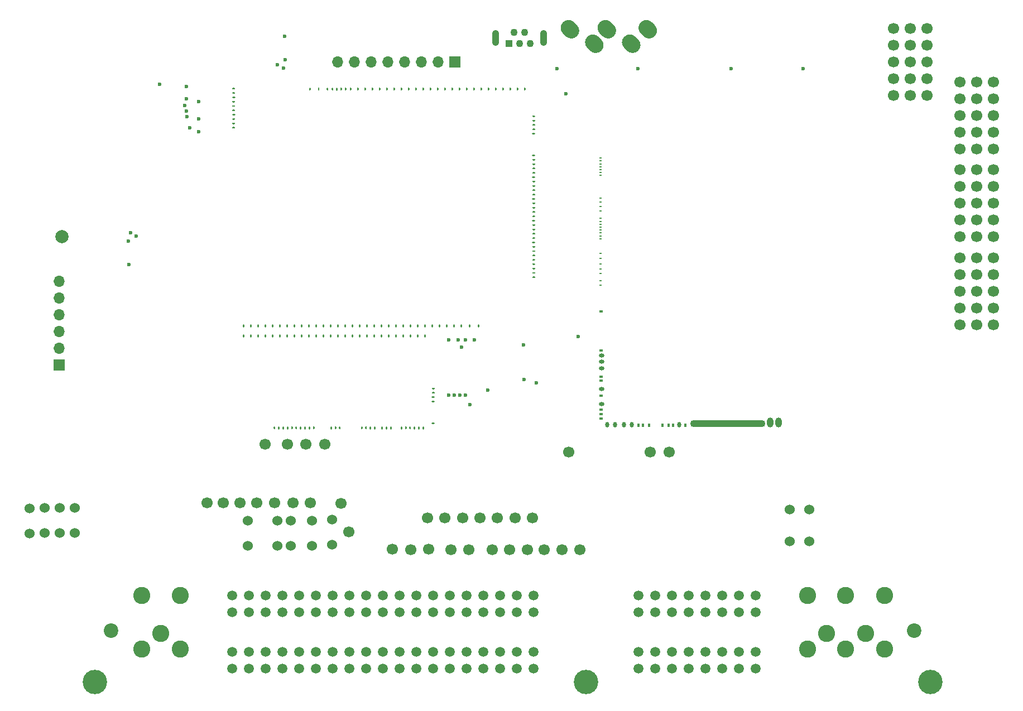
<source format=gbs>
G04 #@! TF.GenerationSoftware,KiCad,Pcbnew,(5.99.0-10483-ga6ad7a4a70)*
G04 #@! TF.CreationDate,2021-06-13T23:03:44+03:00*
G04 #@! TF.ProjectId,hellen121vag,68656c6c-656e-4313-9231-7661672e6b69,b*
G04 #@! TF.SameCoordinates,PX2b953a0PY6943058*
G04 #@! TF.FileFunction,Soldermask,Bot*
G04 #@! TF.FilePolarity,Negative*
%FSLAX46Y46*%
G04 Gerber Fmt 4.6, Leading zero omitted, Abs format (unit mm)*
G04 Created by KiCad (PCBNEW (5.99.0-10483-ga6ad7a4a70)) date 2021-06-13 23:03:44*
%MOMM*%
%LPD*%
G01*
G04 APERTURE LIST*
%ADD10C,3.700000*%
%ADD11C,2.200000*%
%ADD12C,2.600000*%
%ADD13C,1.500000*%
%ADD14C,1.700000*%
%ADD15C,0.599999*%
%ADD16O,1.000001X1.500000*%
%ADD17O,11.400000X1.100000*%
%ADD18O,0.399999X0.599999*%
%ADD19O,0.599999X0.800001*%
%ADD20O,0.599999X0.399999*%
%ADD21O,0.800001X0.599999*%
%ADD22O,0.399999X0.200000*%
%ADD23C,1.524000*%
%ADD24R,1.700000X1.700000*%
%ADD25O,1.700000X1.700000*%
%ADD26C,0.600000*%
%ADD27R,1.100000X1.100000*%
%ADD28C,1.100000*%
%ADD29O,1.100000X2.400000*%
%ADD30C,2.000000*%
G04 APERTURE END LIST*
D10*
G04 #@! TO.C,P1*
X145348000Y5492000D03*
X18648000Y5492000D03*
X93148000Y5492000D03*
D11*
X142898000Y13292000D03*
X21098000Y13292000D03*
D12*
X25748000Y10492000D03*
X31548000Y10492000D03*
X28648000Y12822000D03*
X25748000Y18622000D03*
X31548000Y18622000D03*
D13*
X85168000Y18622000D03*
X82628000Y18622000D03*
X80088000Y18622000D03*
X77548000Y18622000D03*
X75008000Y18622000D03*
X72468000Y18622000D03*
X69928000Y18622000D03*
X67388000Y18622000D03*
X64848000Y18622000D03*
X62308000Y18622000D03*
X59768000Y18622000D03*
X57228000Y18622000D03*
X54688000Y18622000D03*
X52148000Y18622000D03*
X49608000Y18622000D03*
X47068000Y18622000D03*
X44528000Y18622000D03*
X41988000Y18622000D03*
X39448000Y18622000D03*
X85168000Y16082000D03*
X82628000Y16082000D03*
X80088000Y16082000D03*
X77548000Y16082000D03*
X75008000Y16082000D03*
X72468000Y16082000D03*
X69928000Y16082000D03*
X67388000Y16082000D03*
X64848000Y16082000D03*
X62308000Y16082000D03*
X59768000Y16082000D03*
X57228000Y16082000D03*
X54688000Y16082000D03*
X52148000Y16082000D03*
X49608000Y16082000D03*
X47068000Y16082000D03*
X44528000Y16082000D03*
X41988000Y16082000D03*
X39448000Y16082000D03*
X85168000Y10032000D03*
X82628000Y10032000D03*
X80088000Y10032000D03*
X77548000Y10032000D03*
X75008000Y10032000D03*
X72468000Y10032000D03*
X69928000Y10032000D03*
X67388000Y10032000D03*
X64848000Y10032000D03*
X62308000Y10032000D03*
X59768000Y10032000D03*
X57228000Y10032000D03*
X54688000Y10032000D03*
X52148000Y10032000D03*
X49608000Y10032000D03*
X47068000Y10032000D03*
X44528000Y10032000D03*
X41988000Y10032000D03*
X39448000Y10032000D03*
X85168000Y7492000D03*
X82628000Y7492000D03*
X80088000Y7492000D03*
X77548000Y7492000D03*
X75008000Y7492000D03*
X72468000Y7492000D03*
X69928000Y7492000D03*
X67388000Y7492000D03*
X64848000Y7492000D03*
X62308000Y7492000D03*
X59768000Y7492000D03*
X57228000Y7492000D03*
X54688000Y7492000D03*
X52148000Y7492000D03*
X49608000Y7492000D03*
X47068000Y7492000D03*
X44528000Y7492000D03*
X41988000Y7492000D03*
X39448000Y7492000D03*
X101138000Y7492000D03*
X103678000Y7492000D03*
X106218000Y7492000D03*
X108758000Y7492000D03*
X111298000Y7492000D03*
X113838000Y7492000D03*
X116378000Y7492000D03*
X118918000Y7492000D03*
X101138000Y10032000D03*
X103678000Y10032000D03*
X106218000Y10032000D03*
X108758000Y10032000D03*
X111298000Y10032000D03*
X113838000Y10032000D03*
X116378000Y10032000D03*
X118918000Y10032000D03*
X101138000Y16082000D03*
X103678000Y16082000D03*
X106218000Y16082000D03*
X108758000Y16082000D03*
X111298000Y16082000D03*
X113838000Y16082000D03*
X116378000Y16082000D03*
X118918000Y16082000D03*
X101138000Y18622000D03*
X103678000Y18622000D03*
X106218000Y18622000D03*
X108758000Y18622000D03*
X111298000Y18622000D03*
X113838000Y18622000D03*
X116378000Y18622000D03*
X118918000Y18622000D03*
D12*
X126748000Y10492000D03*
X132548000Y10492000D03*
X138448000Y10492000D03*
X129648000Y12822000D03*
X135548000Y12822000D03*
X126748000Y18622000D03*
X132548000Y18622000D03*
X138448000Y18622000D03*
G04 #@! TD*
G04 #@! TO.C,M3*
G36*
G01*
X85339497Y91171375D02*
X85089497Y91171375D01*
G75*
G02*
X84964497Y91296375I0J125000D01*
G01*
X84964497Y91296375D01*
G75*
G02*
X85089497Y91421375I125000J0D01*
G01*
X85339497Y91421375D01*
G75*
G02*
X85464497Y91296375I0J-125000D01*
G01*
X85464497Y91296375D01*
G75*
G02*
X85339497Y91171375I-125000J0D01*
G01*
G37*
G36*
G01*
X85089497Y90761377D02*
X85339497Y90761377D01*
G75*
G02*
X85464497Y90636377I0J-125000D01*
G01*
X85464497Y90636377D01*
G75*
G02*
X85339497Y90511377I-125000J0D01*
G01*
X85089497Y90511377D01*
G75*
G02*
X84964497Y90636377I0J125000D01*
G01*
X84964497Y90636377D01*
G75*
G02*
X85089497Y90761377I125000J0D01*
G01*
G37*
G36*
G01*
X85089497Y90101372D02*
X85339497Y90101372D01*
G75*
G02*
X85464497Y89976372I0J-125000D01*
G01*
X85464497Y89976372D01*
G75*
G02*
X85339497Y89851372I-125000J0D01*
G01*
X85089497Y89851372D01*
G75*
G02*
X84964497Y89976372I0J125000D01*
G01*
X84964497Y89976372D01*
G75*
G02*
X85089497Y90101372I125000J0D01*
G01*
G37*
G36*
G01*
X85089497Y89441377D02*
X85339497Y89441377D01*
G75*
G02*
X85464497Y89316377I0J-125000D01*
G01*
X85464497Y89316377D01*
G75*
G02*
X85339497Y89191377I-125000J0D01*
G01*
X85089497Y89191377D01*
G75*
G02*
X84964497Y89316377I0J125000D01*
G01*
X84964497Y89316377D01*
G75*
G02*
X85089497Y89441377I125000J0D01*
G01*
G37*
G36*
G01*
X85089497Y88781375D02*
X85339497Y88781375D01*
G75*
G02*
X85464497Y88656375I0J-125000D01*
G01*
X85464497Y88656375D01*
G75*
G02*
X85339497Y88531375I-125000J0D01*
G01*
X85089497Y88531375D01*
G75*
G02*
X84964497Y88656375I0J125000D01*
G01*
X84964497Y88656375D01*
G75*
G02*
X85089497Y88781375I125000J0D01*
G01*
G37*
G36*
G01*
X85089497Y85481374D02*
X85339497Y85481374D01*
G75*
G02*
X85464497Y85356374I0J-125000D01*
G01*
X85464497Y85356374D01*
G75*
G02*
X85339497Y85231374I-125000J0D01*
G01*
X85089497Y85231374D01*
G75*
G02*
X84964497Y85356374I0J125000D01*
G01*
X84964497Y85356374D01*
G75*
G02*
X85089497Y85481374I125000J0D01*
G01*
G37*
G36*
G01*
X85089497Y84821373D02*
X85339497Y84821373D01*
G75*
G02*
X85464497Y84696373I0J-125000D01*
G01*
X85464497Y84696373D01*
G75*
G02*
X85339497Y84571373I-125000J0D01*
G01*
X85089497Y84571373D01*
G75*
G02*
X84964497Y84696373I0J125000D01*
G01*
X84964497Y84696373D01*
G75*
G02*
X85089497Y84821373I125000J0D01*
G01*
G37*
G36*
G01*
X85089497Y84161371D02*
X85339497Y84161371D01*
G75*
G02*
X85464497Y84036371I0J-125000D01*
G01*
X85464497Y84036371D01*
G75*
G02*
X85339497Y83911371I-125000J0D01*
G01*
X85089497Y83911371D01*
G75*
G02*
X84964497Y84036371I0J125000D01*
G01*
X84964497Y84036371D01*
G75*
G02*
X85089497Y84161371I125000J0D01*
G01*
G37*
G36*
G01*
X85089497Y83501373D02*
X85339497Y83501373D01*
G75*
G02*
X85464497Y83376373I0J-125000D01*
G01*
X85464497Y83376373D01*
G75*
G02*
X85339497Y83251373I-125000J0D01*
G01*
X85089497Y83251373D01*
G75*
G02*
X84964497Y83376373I0J125000D01*
G01*
X84964497Y83376373D01*
G75*
G02*
X85089497Y83501373I125000J0D01*
G01*
G37*
G36*
G01*
X85089497Y82841371D02*
X85339497Y82841371D01*
G75*
G02*
X85464497Y82716371I0J-125000D01*
G01*
X85464497Y82716371D01*
G75*
G02*
X85339497Y82591371I-125000J0D01*
G01*
X85089497Y82591371D01*
G75*
G02*
X84964497Y82716371I0J125000D01*
G01*
X84964497Y82716371D01*
G75*
G02*
X85089497Y82841371I125000J0D01*
G01*
G37*
G36*
G01*
X85089497Y82181373D02*
X85339497Y82181373D01*
G75*
G02*
X85464497Y82056373I0J-125000D01*
G01*
X85464497Y82056373D01*
G75*
G02*
X85339497Y81931373I-125000J0D01*
G01*
X85089497Y81931373D01*
G75*
G02*
X84964497Y82056373I0J125000D01*
G01*
X84964497Y82056373D01*
G75*
G02*
X85089497Y82181373I125000J0D01*
G01*
G37*
G36*
G01*
X85089497Y81521372D02*
X85339497Y81521372D01*
G75*
G02*
X85464497Y81396372I0J-125000D01*
G01*
X85464497Y81396372D01*
G75*
G02*
X85339497Y81271372I-125000J0D01*
G01*
X85089497Y81271372D01*
G75*
G02*
X84964497Y81396372I0J125000D01*
G01*
X84964497Y81396372D01*
G75*
G02*
X85089497Y81521372I125000J0D01*
G01*
G37*
G36*
G01*
X85089497Y80861373D02*
X85339497Y80861373D01*
G75*
G02*
X85464497Y80736373I0J-125000D01*
G01*
X85464497Y80736373D01*
G75*
G02*
X85339497Y80611373I-125000J0D01*
G01*
X85089497Y80611373D01*
G75*
G02*
X84964497Y80736373I0J125000D01*
G01*
X84964497Y80736373D01*
G75*
G02*
X85089497Y80861373I125000J0D01*
G01*
G37*
G36*
G01*
X85089497Y80201372D02*
X85339497Y80201372D01*
G75*
G02*
X85464497Y80076372I0J-125000D01*
G01*
X85464497Y80076372D01*
G75*
G02*
X85339497Y79951372I-125000J0D01*
G01*
X85089497Y79951372D01*
G75*
G02*
X84964497Y80076372I0J125000D01*
G01*
X84964497Y80076372D01*
G75*
G02*
X85089497Y80201372I125000J0D01*
G01*
G37*
G36*
G01*
X85089497Y79541373D02*
X85339497Y79541373D01*
G75*
G02*
X85464497Y79416373I0J-125000D01*
G01*
X85464497Y79416373D01*
G75*
G02*
X85339497Y79291373I-125000J0D01*
G01*
X85089497Y79291373D01*
G75*
G02*
X84964497Y79416373I0J125000D01*
G01*
X84964497Y79416373D01*
G75*
G02*
X85089497Y79541373I125000J0D01*
G01*
G37*
G36*
G01*
X85089497Y78881372D02*
X85339497Y78881372D01*
G75*
G02*
X85464497Y78756372I0J-125000D01*
G01*
X85464497Y78756372D01*
G75*
G02*
X85339497Y78631372I-125000J0D01*
G01*
X85089497Y78631372D01*
G75*
G02*
X84964497Y78756372I0J125000D01*
G01*
X84964497Y78756372D01*
G75*
G02*
X85089497Y78881372I125000J0D01*
G01*
G37*
G36*
G01*
X85089497Y78221373D02*
X85339497Y78221373D01*
G75*
G02*
X85464497Y78096373I0J-125000D01*
G01*
X85464497Y78096373D01*
G75*
G02*
X85339497Y77971373I-125000J0D01*
G01*
X85089497Y77971373D01*
G75*
G02*
X84964497Y78096373I0J125000D01*
G01*
X84964497Y78096373D01*
G75*
G02*
X85089497Y78221373I125000J0D01*
G01*
G37*
G36*
G01*
X85089497Y77561372D02*
X85339497Y77561372D01*
G75*
G02*
X85464497Y77436372I0J-125000D01*
G01*
X85464497Y77436372D01*
G75*
G02*
X85339497Y77311372I-125000J0D01*
G01*
X85089497Y77311372D01*
G75*
G02*
X84964497Y77436372I0J125000D01*
G01*
X84964497Y77436372D01*
G75*
G02*
X85089497Y77561372I125000J0D01*
G01*
G37*
G36*
G01*
X85089497Y76901373D02*
X85339497Y76901373D01*
G75*
G02*
X85464497Y76776373I0J-125000D01*
G01*
X85464497Y76776373D01*
G75*
G02*
X85339497Y76651373I-125000J0D01*
G01*
X85089497Y76651373D01*
G75*
G02*
X84964497Y76776373I0J125000D01*
G01*
X84964497Y76776373D01*
G75*
G02*
X85089497Y76901373I125000J0D01*
G01*
G37*
G36*
G01*
X85089497Y76241372D02*
X85339497Y76241372D01*
G75*
G02*
X85464497Y76116372I0J-125000D01*
G01*
X85464497Y76116372D01*
G75*
G02*
X85339497Y75991372I-125000J0D01*
G01*
X85089497Y75991372D01*
G75*
G02*
X84964497Y76116372I0J125000D01*
G01*
X84964497Y76116372D01*
G75*
G02*
X85089497Y76241372I125000J0D01*
G01*
G37*
G36*
G01*
X85089497Y75581373D02*
X85339497Y75581373D01*
G75*
G02*
X85464497Y75456373I0J-125000D01*
G01*
X85464497Y75456373D01*
G75*
G02*
X85339497Y75331373I-125000J0D01*
G01*
X85089497Y75331373D01*
G75*
G02*
X84964497Y75456373I0J125000D01*
G01*
X84964497Y75456373D01*
G75*
G02*
X85089497Y75581373I125000J0D01*
G01*
G37*
G36*
G01*
X85089497Y74921372D02*
X85339497Y74921372D01*
G75*
G02*
X85464497Y74796372I0J-125000D01*
G01*
X85464497Y74796372D01*
G75*
G02*
X85339497Y74671372I-125000J0D01*
G01*
X85089497Y74671372D01*
G75*
G02*
X84964497Y74796372I0J125000D01*
G01*
X84964497Y74796372D01*
G75*
G02*
X85089497Y74921372I125000J0D01*
G01*
G37*
G36*
G01*
X85089497Y74261373D02*
X85339497Y74261373D01*
G75*
G02*
X85464497Y74136373I0J-125000D01*
G01*
X85464497Y74136373D01*
G75*
G02*
X85339497Y74011373I-125000J0D01*
G01*
X85089497Y74011373D01*
G75*
G02*
X84964497Y74136373I0J125000D01*
G01*
X84964497Y74136373D01*
G75*
G02*
X85089497Y74261373I125000J0D01*
G01*
G37*
G36*
G01*
X85089497Y73601372D02*
X85339497Y73601372D01*
G75*
G02*
X85464497Y73476372I0J-125000D01*
G01*
X85464497Y73476372D01*
G75*
G02*
X85339497Y73351372I-125000J0D01*
G01*
X85089497Y73351372D01*
G75*
G02*
X84964497Y73476372I0J125000D01*
G01*
X84964497Y73476372D01*
G75*
G02*
X85089497Y73601372I125000J0D01*
G01*
G37*
G36*
G01*
X85089497Y72941373D02*
X85339497Y72941373D01*
G75*
G02*
X85464497Y72816373I0J-125000D01*
G01*
X85464497Y72816373D01*
G75*
G02*
X85339497Y72691373I-125000J0D01*
G01*
X85089497Y72691373D01*
G75*
G02*
X84964497Y72816373I0J125000D01*
G01*
X84964497Y72816373D01*
G75*
G02*
X85089497Y72941373I125000J0D01*
G01*
G37*
G36*
G01*
X85089497Y72281372D02*
X85339497Y72281372D01*
G75*
G02*
X85464497Y72156372I0J-125000D01*
G01*
X85464497Y72156372D01*
G75*
G02*
X85339497Y72031372I-125000J0D01*
G01*
X85089497Y72031372D01*
G75*
G02*
X84964497Y72156372I0J125000D01*
G01*
X84964497Y72156372D01*
G75*
G02*
X85089497Y72281372I125000J0D01*
G01*
G37*
G36*
G01*
X85089497Y71621374D02*
X85339497Y71621374D01*
G75*
G02*
X85464497Y71496374I0J-125000D01*
G01*
X85464497Y71496374D01*
G75*
G02*
X85339497Y71371374I-125000J0D01*
G01*
X85089497Y71371374D01*
G75*
G02*
X84964497Y71496374I0J125000D01*
G01*
X84964497Y71496374D01*
G75*
G02*
X85089497Y71621374I125000J0D01*
G01*
G37*
G36*
G01*
X85089497Y70961372D02*
X85339497Y70961372D01*
G75*
G02*
X85464497Y70836372I0J-125000D01*
G01*
X85464497Y70836372D01*
G75*
G02*
X85339497Y70711372I-125000J0D01*
G01*
X85089497Y70711372D01*
G75*
G02*
X84964497Y70836372I0J125000D01*
G01*
X84964497Y70836372D01*
G75*
G02*
X85089497Y70961372I125000J0D01*
G01*
G37*
G36*
G01*
X85089497Y70301374D02*
X85339497Y70301374D01*
G75*
G02*
X85464497Y70176374I0J-125000D01*
G01*
X85464497Y70176374D01*
G75*
G02*
X85339497Y70051374I-125000J0D01*
G01*
X85089497Y70051374D01*
G75*
G02*
X84964497Y70176374I0J125000D01*
G01*
X84964497Y70176374D01*
G75*
G02*
X85089497Y70301374I125000J0D01*
G01*
G37*
G36*
G01*
X85089497Y69641372D02*
X85339497Y69641372D01*
G75*
G02*
X85464497Y69516372I0J-125000D01*
G01*
X85464497Y69516372D01*
G75*
G02*
X85339497Y69391372I-125000J0D01*
G01*
X85089497Y69391372D01*
G75*
G02*
X84964497Y69516372I0J125000D01*
G01*
X84964497Y69516372D01*
G75*
G02*
X85089497Y69641372I125000J0D01*
G01*
G37*
G36*
G01*
X85089497Y68981374D02*
X85339497Y68981374D01*
G75*
G02*
X85464497Y68856374I0J-125000D01*
G01*
X85464497Y68856374D01*
G75*
G02*
X85339497Y68731374I-125000J0D01*
G01*
X85089497Y68731374D01*
G75*
G02*
X84964497Y68856374I0J125000D01*
G01*
X84964497Y68856374D01*
G75*
G02*
X85089497Y68981374I125000J0D01*
G01*
G37*
G36*
G01*
X85089497Y68321373D02*
X85339497Y68321373D01*
G75*
G02*
X85464497Y68196373I0J-125000D01*
G01*
X85464497Y68196373D01*
G75*
G02*
X85339497Y68071373I-125000J0D01*
G01*
X85089497Y68071373D01*
G75*
G02*
X84964497Y68196373I0J125000D01*
G01*
X84964497Y68196373D01*
G75*
G02*
X85089497Y68321373I125000J0D01*
G01*
G37*
G36*
G01*
X85089497Y67661374D02*
X85339497Y67661374D01*
G75*
G02*
X85464497Y67536374I0J-125000D01*
G01*
X85464497Y67536374D01*
G75*
G02*
X85339497Y67411374I-125000J0D01*
G01*
X85089497Y67411374D01*
G75*
G02*
X84964497Y67536374I0J125000D01*
G01*
X84964497Y67536374D01*
G75*
G02*
X85089497Y67661374I125000J0D01*
G01*
G37*
G36*
G01*
X85089497Y67001373D02*
X85339497Y67001373D01*
G75*
G02*
X85464497Y66876373I0J-125000D01*
G01*
X85464497Y66876373D01*
G75*
G02*
X85339497Y66751373I-125000J0D01*
G01*
X85089497Y66751373D01*
G75*
G02*
X84964497Y66876373I0J125000D01*
G01*
X84964497Y66876373D01*
G75*
G02*
X85089497Y67001373I125000J0D01*
G01*
G37*
G36*
G01*
X51392499Y95548377D02*
X51392499Y95298377D01*
G75*
G02*
X51267499Y95173377I-125000J0D01*
G01*
X51267499Y95173377D01*
G75*
G02*
X51142499Y95298377I0J125000D01*
G01*
X51142499Y95548377D01*
G75*
G02*
X51267499Y95673377I125000J0D01*
G01*
X51267499Y95673377D01*
G75*
G02*
X51392499Y95548377I0J-125000D01*
G01*
G37*
G36*
G01*
X52462501Y95298377D02*
X52462501Y95548377D01*
G75*
G02*
X52587501Y95673377I125000J0D01*
G01*
X52587501Y95673377D01*
G75*
G02*
X52712501Y95548377I0J-125000D01*
G01*
X52712501Y95298377D01*
G75*
G02*
X52587501Y95173377I-125000J0D01*
G01*
X52587501Y95173377D01*
G75*
G02*
X52462501Y95298377I0J125000D01*
G01*
G37*
G36*
G01*
X53782504Y95298377D02*
X53782504Y95548377D01*
G75*
G02*
X53907504Y95673377I125000J0D01*
G01*
X53907504Y95673377D01*
G75*
G02*
X54032504Y95548377I0J-125000D01*
G01*
X54032504Y95298377D01*
G75*
G02*
X53907504Y95173377I-125000J0D01*
G01*
X53907504Y95173377D01*
G75*
G02*
X53782504Y95298377I0J125000D01*
G01*
G37*
G36*
G01*
X54542502Y95298377D02*
X54542502Y95548377D01*
G75*
G02*
X54667502Y95673377I125000J0D01*
G01*
X54667502Y95673377D01*
G75*
G02*
X54792502Y95548377I0J-125000D01*
G01*
X54792502Y95298377D01*
G75*
G02*
X54667502Y95173377I-125000J0D01*
G01*
X54667502Y95173377D01*
G75*
G02*
X54542502Y95298377I0J125000D01*
G01*
G37*
G36*
G01*
X55207505Y95298377D02*
X55207505Y95548377D01*
G75*
G02*
X55332505Y95673377I125000J0D01*
G01*
X55332505Y95673377D01*
G75*
G02*
X55457505Y95548377I0J-125000D01*
G01*
X55457505Y95298377D01*
G75*
G02*
X55332505Y95173377I-125000J0D01*
G01*
X55332505Y95173377D01*
G75*
G02*
X55207505Y95298377I0J125000D01*
G01*
G37*
G36*
G01*
X55872507Y95298377D02*
X55872507Y95548377D01*
G75*
G02*
X55997507Y95673377I125000J0D01*
G01*
X55997507Y95673377D01*
G75*
G02*
X56122507Y95548377I0J-125000D01*
G01*
X56122507Y95298377D01*
G75*
G02*
X55997507Y95173377I-125000J0D01*
G01*
X55997507Y95173377D01*
G75*
G02*
X55872507Y95298377I0J125000D01*
G01*
G37*
G36*
G01*
X56537497Y95298377D02*
X56537497Y95548377D01*
G75*
G02*
X56662497Y95673377I125000J0D01*
G01*
X56662497Y95673377D01*
G75*
G02*
X56787497Y95548377I0J-125000D01*
G01*
X56787497Y95298377D01*
G75*
G02*
X56662497Y95173377I-125000J0D01*
G01*
X56662497Y95173377D01*
G75*
G02*
X56537497Y95298377I0J125000D01*
G01*
G37*
G36*
G01*
X57312497Y95298377D02*
X57312497Y95548377D01*
G75*
G02*
X57437497Y95673377I125000J0D01*
G01*
X57437497Y95673377D01*
G75*
G02*
X57562497Y95548377I0J-125000D01*
G01*
X57562497Y95298377D01*
G75*
G02*
X57437497Y95173377I-125000J0D01*
G01*
X57437497Y95173377D01*
G75*
G02*
X57312497Y95298377I0J125000D01*
G01*
G37*
G36*
G01*
X58412495Y95298377D02*
X58412495Y95548377D01*
G75*
G02*
X58537495Y95673377I125000J0D01*
G01*
X58537495Y95673377D01*
G75*
G02*
X58662495Y95548377I0J-125000D01*
G01*
X58662495Y95298377D01*
G75*
G02*
X58537495Y95173377I-125000J0D01*
G01*
X58537495Y95173377D01*
G75*
G02*
X58412495Y95298377I0J125000D01*
G01*
G37*
G36*
G01*
X59512492Y95298377D02*
X59512492Y95548377D01*
G75*
G02*
X59637492Y95673377I125000J0D01*
G01*
X59637492Y95673377D01*
G75*
G02*
X59762492Y95548377I0J-125000D01*
G01*
X59762492Y95298377D01*
G75*
G02*
X59637492Y95173377I-125000J0D01*
G01*
X59637492Y95173377D01*
G75*
G02*
X59512492Y95298377I0J125000D01*
G01*
G37*
G36*
G01*
X60612490Y95298377D02*
X60612490Y95548377D01*
G75*
G02*
X60737490Y95673377I125000J0D01*
G01*
X60737490Y95673377D01*
G75*
G02*
X60862490Y95548377I0J-125000D01*
G01*
X60862490Y95298377D01*
G75*
G02*
X60737490Y95173377I-125000J0D01*
G01*
X60737490Y95173377D01*
G75*
G02*
X60612490Y95298377I0J125000D01*
G01*
G37*
G36*
G01*
X61712488Y95298377D02*
X61712488Y95548377D01*
G75*
G02*
X61837488Y95673377I125000J0D01*
G01*
X61837488Y95673377D01*
G75*
G02*
X61962488Y95548377I0J-125000D01*
G01*
X61962488Y95298377D01*
G75*
G02*
X61837488Y95173377I-125000J0D01*
G01*
X61837488Y95173377D01*
G75*
G02*
X61712488Y95298377I0J125000D01*
G01*
G37*
G36*
G01*
X62812486Y95298377D02*
X62812486Y95548377D01*
G75*
G02*
X62937486Y95673377I125000J0D01*
G01*
X62937486Y95673377D01*
G75*
G02*
X63062486Y95548377I0J-125000D01*
G01*
X63062486Y95298377D01*
G75*
G02*
X62937486Y95173377I-125000J0D01*
G01*
X62937486Y95173377D01*
G75*
G02*
X62812486Y95298377I0J125000D01*
G01*
G37*
G36*
G01*
X63912484Y95298377D02*
X63912484Y95548377D01*
G75*
G02*
X64037484Y95673377I125000J0D01*
G01*
X64037484Y95673377D01*
G75*
G02*
X64162484Y95548377I0J-125000D01*
G01*
X64162484Y95298377D01*
G75*
G02*
X64037484Y95173377I-125000J0D01*
G01*
X64037484Y95173377D01*
G75*
G02*
X63912484Y95298377I0J125000D01*
G01*
G37*
G36*
G01*
X65012481Y95298377D02*
X65012481Y95548377D01*
G75*
G02*
X65137481Y95673377I125000J0D01*
G01*
X65137481Y95673377D01*
G75*
G02*
X65262481Y95548377I0J-125000D01*
G01*
X65262481Y95298377D01*
G75*
G02*
X65137481Y95173377I-125000J0D01*
G01*
X65137481Y95173377D01*
G75*
G02*
X65012481Y95298377I0J125000D01*
G01*
G37*
G36*
G01*
X66112479Y95298377D02*
X66112479Y95548377D01*
G75*
G02*
X66237479Y95673377I125000J0D01*
G01*
X66237479Y95673377D01*
G75*
G02*
X66362479Y95548377I0J-125000D01*
G01*
X66362479Y95298377D01*
G75*
G02*
X66237479Y95173377I-125000J0D01*
G01*
X66237479Y95173377D01*
G75*
G02*
X66112479Y95298377I0J125000D01*
G01*
G37*
G36*
G01*
X67212477Y95298377D02*
X67212477Y95548377D01*
G75*
G02*
X67337477Y95673377I125000J0D01*
G01*
X67337477Y95673377D01*
G75*
G02*
X67462477Y95548377I0J-125000D01*
G01*
X67462477Y95298377D01*
G75*
G02*
X67337477Y95173377I-125000J0D01*
G01*
X67337477Y95173377D01*
G75*
G02*
X67212477Y95298377I0J125000D01*
G01*
G37*
G36*
G01*
X68312475Y95298377D02*
X68312475Y95548377D01*
G75*
G02*
X68437475Y95673377I125000J0D01*
G01*
X68437475Y95673377D01*
G75*
G02*
X68562475Y95548377I0J-125000D01*
G01*
X68562475Y95298377D01*
G75*
G02*
X68437475Y95173377I-125000J0D01*
G01*
X68437475Y95173377D01*
G75*
G02*
X68312475Y95298377I0J125000D01*
G01*
G37*
G36*
G01*
X69412473Y95298377D02*
X69412473Y95548377D01*
G75*
G02*
X69537473Y95673377I125000J0D01*
G01*
X69537473Y95673377D01*
G75*
G02*
X69662473Y95548377I0J-125000D01*
G01*
X69662473Y95298377D01*
G75*
G02*
X69537473Y95173377I-125000J0D01*
G01*
X69537473Y95173377D01*
G75*
G02*
X69412473Y95298377I0J125000D01*
G01*
G37*
G36*
G01*
X70512470Y95298377D02*
X70512470Y95548377D01*
G75*
G02*
X70637470Y95673377I125000J0D01*
G01*
X70637470Y95673377D01*
G75*
G02*
X70762470Y95548377I0J-125000D01*
G01*
X70762470Y95298377D01*
G75*
G02*
X70637470Y95173377I-125000J0D01*
G01*
X70637470Y95173377D01*
G75*
G02*
X70512470Y95298377I0J125000D01*
G01*
G37*
G36*
G01*
X71612468Y95298377D02*
X71612468Y95548377D01*
G75*
G02*
X71737468Y95673377I125000J0D01*
G01*
X71737468Y95673377D01*
G75*
G02*
X71862468Y95548377I0J-125000D01*
G01*
X71862468Y95298377D01*
G75*
G02*
X71737468Y95173377I-125000J0D01*
G01*
X71737468Y95173377D01*
G75*
G02*
X71612468Y95298377I0J125000D01*
G01*
G37*
G36*
G01*
X72712466Y95298377D02*
X72712466Y95548377D01*
G75*
G02*
X72837466Y95673377I125000J0D01*
G01*
X72837466Y95673377D01*
G75*
G02*
X72962466Y95548377I0J-125000D01*
G01*
X72962466Y95298377D01*
G75*
G02*
X72837466Y95173377I-125000J0D01*
G01*
X72837466Y95173377D01*
G75*
G02*
X72712466Y95298377I0J125000D01*
G01*
G37*
G36*
G01*
X73812464Y95298377D02*
X73812464Y95548377D01*
G75*
G02*
X73937464Y95673377I125000J0D01*
G01*
X73937464Y95673377D01*
G75*
G02*
X74062464Y95548377I0J-125000D01*
G01*
X74062464Y95298377D01*
G75*
G02*
X73937464Y95173377I-125000J0D01*
G01*
X73937464Y95173377D01*
G75*
G02*
X73812464Y95298377I0J125000D01*
G01*
G37*
G36*
G01*
X74912462Y95298377D02*
X74912462Y95548377D01*
G75*
G02*
X75037462Y95673377I125000J0D01*
G01*
X75037462Y95673377D01*
G75*
G02*
X75162462Y95548377I0J-125000D01*
G01*
X75162462Y95298377D01*
G75*
G02*
X75037462Y95173377I-125000J0D01*
G01*
X75037462Y95173377D01*
G75*
G02*
X74912462Y95298377I0J125000D01*
G01*
G37*
G36*
G01*
X76012459Y95298377D02*
X76012459Y95548377D01*
G75*
G02*
X76137459Y95673377I125000J0D01*
G01*
X76137459Y95673377D01*
G75*
G02*
X76262459Y95548377I0J-125000D01*
G01*
X76262459Y95298377D01*
G75*
G02*
X76137459Y95173377I-125000J0D01*
G01*
X76137459Y95173377D01*
G75*
G02*
X76012459Y95298377I0J125000D01*
G01*
G37*
G36*
G01*
X77112457Y95298377D02*
X77112457Y95548377D01*
G75*
G02*
X77237457Y95673377I125000J0D01*
G01*
X77237457Y95673377D01*
G75*
G02*
X77362457Y95548377I0J-125000D01*
G01*
X77362457Y95298377D01*
G75*
G02*
X77237457Y95173377I-125000J0D01*
G01*
X77237457Y95173377D01*
G75*
G02*
X77112457Y95298377I0J125000D01*
G01*
G37*
G36*
G01*
X78212455Y95298377D02*
X78212455Y95548377D01*
G75*
G02*
X78337455Y95673377I125000J0D01*
G01*
X78337455Y95673377D01*
G75*
G02*
X78462455Y95548377I0J-125000D01*
G01*
X78462455Y95298377D01*
G75*
G02*
X78337455Y95173377I-125000J0D01*
G01*
X78337455Y95173377D01*
G75*
G02*
X78212455Y95298377I0J125000D01*
G01*
G37*
G36*
G01*
X79312453Y95298377D02*
X79312453Y95548377D01*
G75*
G02*
X79437453Y95673377I125000J0D01*
G01*
X79437453Y95673377D01*
G75*
G02*
X79562453Y95548377I0J-125000D01*
G01*
X79562453Y95298377D01*
G75*
G02*
X79437453Y95173377I-125000J0D01*
G01*
X79437453Y95173377D01*
G75*
G02*
X79312453Y95298377I0J125000D01*
G01*
G37*
G36*
G01*
X80412451Y95298377D02*
X80412451Y95548377D01*
G75*
G02*
X80537451Y95673377I125000J0D01*
G01*
X80537451Y95673377D01*
G75*
G02*
X80662451Y95548377I0J-125000D01*
G01*
X80662451Y95298377D01*
G75*
G02*
X80537451Y95173377I-125000J0D01*
G01*
X80537451Y95173377D01*
G75*
G02*
X80412451Y95298377I0J125000D01*
G01*
G37*
G36*
G01*
X81512448Y95298377D02*
X81512448Y95548377D01*
G75*
G02*
X81637448Y95673377I125000J0D01*
G01*
X81637448Y95673377D01*
G75*
G02*
X81762448Y95548377I0J-125000D01*
G01*
X81762448Y95298377D01*
G75*
G02*
X81637448Y95173377I-125000J0D01*
G01*
X81637448Y95173377D01*
G75*
G02*
X81512448Y95298377I0J125000D01*
G01*
G37*
G36*
G01*
X82612446Y95298377D02*
X82612446Y95548377D01*
G75*
G02*
X82737446Y95673377I125000J0D01*
G01*
X82737446Y95673377D01*
G75*
G02*
X82862446Y95548377I0J-125000D01*
G01*
X82862446Y95298377D01*
G75*
G02*
X82737446Y95173377I-125000J0D01*
G01*
X82737446Y95173377D01*
G75*
G02*
X82612446Y95298377I0J125000D01*
G01*
G37*
G36*
G01*
X83712444Y95298377D02*
X83712444Y95548377D01*
G75*
G02*
X83837444Y95673377I125000J0D01*
G01*
X83837444Y95673377D01*
G75*
G02*
X83962444Y95548377I0J-125000D01*
G01*
X83962444Y95298377D01*
G75*
G02*
X83837444Y95173377I-125000J0D01*
G01*
X83837444Y95173377D01*
G75*
G02*
X83712444Y95298377I0J125000D01*
G01*
G37*
G36*
G01*
X76712501Y59369377D02*
X76712501Y59619377D01*
G75*
G02*
X76837501Y59744377I125000J0D01*
G01*
X76837501Y59744377D01*
G75*
G02*
X76962501Y59619377I0J-125000D01*
G01*
X76962501Y59369377D01*
G75*
G02*
X76837501Y59244377I-125000J0D01*
G01*
X76837501Y59244377D01*
G75*
G02*
X76712501Y59369377I0J125000D01*
G01*
G37*
G36*
G01*
X75642499Y59619377D02*
X75642499Y59369377D01*
G75*
G02*
X75517499Y59244377I-125000J0D01*
G01*
X75517499Y59244377D01*
G75*
G02*
X75392499Y59369377I0J125000D01*
G01*
X75392499Y59619377D01*
G75*
G02*
X75517499Y59744377I125000J0D01*
G01*
X75517499Y59744377D01*
G75*
G02*
X75642499Y59619377I0J-125000D01*
G01*
G37*
G36*
G01*
X74322496Y59619377D02*
X74322496Y59369377D01*
G75*
G02*
X74197496Y59244377I-125000J0D01*
G01*
X74197496Y59244377D01*
G75*
G02*
X74072496Y59369377I0J125000D01*
G01*
X74072496Y59619377D01*
G75*
G02*
X74197496Y59744377I125000J0D01*
G01*
X74197496Y59744377D01*
G75*
G02*
X74322496Y59619377I0J-125000D01*
G01*
G37*
G36*
G01*
X73222499Y59619377D02*
X73222499Y59369377D01*
G75*
G02*
X73097499Y59244377I-125000J0D01*
G01*
X73097499Y59244377D01*
G75*
G02*
X72972499Y59369377I0J125000D01*
G01*
X72972499Y59619377D01*
G75*
G02*
X73097499Y59744377I125000J0D01*
G01*
X73097499Y59744377D01*
G75*
G02*
X73222499Y59619377I0J-125000D01*
G01*
G37*
G36*
G01*
X72122501Y59619377D02*
X72122501Y59369377D01*
G75*
G02*
X71997501Y59244377I-125000J0D01*
G01*
X71997501Y59244377D01*
G75*
G02*
X71872501Y59369377I0J125000D01*
G01*
X71872501Y59619377D01*
G75*
G02*
X71997501Y59744377I125000J0D01*
G01*
X71997501Y59744377D01*
G75*
G02*
X72122501Y59619377I0J-125000D01*
G01*
G37*
G36*
G01*
X71022503Y59619377D02*
X71022503Y59369377D01*
G75*
G02*
X70897503Y59244377I-125000J0D01*
G01*
X70897503Y59244377D01*
G75*
G02*
X70772503Y59369377I0J125000D01*
G01*
X70772503Y59619377D01*
G75*
G02*
X70897503Y59744377I125000J0D01*
G01*
X70897503Y59744377D01*
G75*
G02*
X71022503Y59619377I0J-125000D01*
G01*
G37*
G36*
G01*
X69922505Y59619377D02*
X69922505Y59369377D01*
G75*
G02*
X69797505Y59244377I-125000J0D01*
G01*
X69797505Y59244377D01*
G75*
G02*
X69672505Y59369377I0J125000D01*
G01*
X69672505Y59619377D01*
G75*
G02*
X69797505Y59744377I125000J0D01*
G01*
X69797505Y59744377D01*
G75*
G02*
X69922505Y59619377I0J-125000D01*
G01*
G37*
G36*
G01*
X68822507Y59619377D02*
X68822507Y59369377D01*
G75*
G02*
X68697507Y59244377I-125000J0D01*
G01*
X68697507Y59244377D01*
G75*
G02*
X68572507Y59369377I0J125000D01*
G01*
X68572507Y59619377D01*
G75*
G02*
X68697507Y59744377I125000J0D01*
G01*
X68697507Y59744377D01*
G75*
G02*
X68822507Y59619377I0J-125000D01*
G01*
G37*
G36*
G01*
X67722510Y59619377D02*
X67722510Y59369377D01*
G75*
G02*
X67597510Y59244377I-125000J0D01*
G01*
X67597510Y59244377D01*
G75*
G02*
X67472510Y59369377I0J125000D01*
G01*
X67472510Y59619377D01*
G75*
G02*
X67597510Y59744377I125000J0D01*
G01*
X67597510Y59744377D01*
G75*
G02*
X67722510Y59619377I0J-125000D01*
G01*
G37*
G36*
G01*
X66622512Y59619377D02*
X66622512Y59369377D01*
G75*
G02*
X66497512Y59244377I-125000J0D01*
G01*
X66497512Y59244377D01*
G75*
G02*
X66372512Y59369377I0J125000D01*
G01*
X66372512Y59619377D01*
G75*
G02*
X66497512Y59744377I125000J0D01*
G01*
X66497512Y59744377D01*
G75*
G02*
X66622512Y59619377I0J-125000D01*
G01*
G37*
G36*
G01*
X65522514Y59619377D02*
X65522514Y59369377D01*
G75*
G02*
X65397514Y59244377I-125000J0D01*
G01*
X65397514Y59244377D01*
G75*
G02*
X65272514Y59369377I0J125000D01*
G01*
X65272514Y59619377D01*
G75*
G02*
X65397514Y59744377I125000J0D01*
G01*
X65397514Y59744377D01*
G75*
G02*
X65522514Y59619377I0J-125000D01*
G01*
G37*
G36*
G01*
X64422516Y59619377D02*
X64422516Y59369377D01*
G75*
G02*
X64297516Y59244377I-125000J0D01*
G01*
X64297516Y59244377D01*
G75*
G02*
X64172516Y59369377I0J125000D01*
G01*
X64172516Y59619377D01*
G75*
G02*
X64297516Y59744377I125000J0D01*
G01*
X64297516Y59744377D01*
G75*
G02*
X64422516Y59619377I0J-125000D01*
G01*
G37*
G36*
G01*
X63322518Y59619377D02*
X63322518Y59369377D01*
G75*
G02*
X63197518Y59244377I-125000J0D01*
G01*
X63197518Y59244377D01*
G75*
G02*
X63072518Y59369377I0J125000D01*
G01*
X63072518Y59619377D01*
G75*
G02*
X63197518Y59744377I125000J0D01*
G01*
X63197518Y59744377D01*
G75*
G02*
X63322518Y59619377I0J-125000D01*
G01*
G37*
G36*
G01*
X62222521Y59619377D02*
X62222521Y59369377D01*
G75*
G02*
X62097521Y59244377I-125000J0D01*
G01*
X62097521Y59244377D01*
G75*
G02*
X61972521Y59369377I0J125000D01*
G01*
X61972521Y59619377D01*
G75*
G02*
X62097521Y59744377I125000J0D01*
G01*
X62097521Y59744377D01*
G75*
G02*
X62222521Y59619377I0J-125000D01*
G01*
G37*
G36*
G01*
X61122523Y59619377D02*
X61122523Y59369377D01*
G75*
G02*
X60997523Y59244377I-125000J0D01*
G01*
X60997523Y59244377D01*
G75*
G02*
X60872523Y59369377I0J125000D01*
G01*
X60872523Y59619377D01*
G75*
G02*
X60997523Y59744377I125000J0D01*
G01*
X60997523Y59744377D01*
G75*
G02*
X61122523Y59619377I0J-125000D01*
G01*
G37*
G36*
G01*
X60022525Y59619377D02*
X60022525Y59369377D01*
G75*
G02*
X59897525Y59244377I-125000J0D01*
G01*
X59897525Y59244377D01*
G75*
G02*
X59772525Y59369377I0J125000D01*
G01*
X59772525Y59619377D01*
G75*
G02*
X59897525Y59744377I125000J0D01*
G01*
X59897525Y59744377D01*
G75*
G02*
X60022525Y59619377I0J-125000D01*
G01*
G37*
G36*
G01*
X58922527Y59619377D02*
X58922527Y59369377D01*
G75*
G02*
X58797527Y59244377I-125000J0D01*
G01*
X58797527Y59244377D01*
G75*
G02*
X58672527Y59369377I0J125000D01*
G01*
X58672527Y59619377D01*
G75*
G02*
X58797527Y59744377I125000J0D01*
G01*
X58797527Y59744377D01*
G75*
G02*
X58922527Y59619377I0J-125000D01*
G01*
G37*
G36*
G01*
X57822529Y59619377D02*
X57822529Y59369377D01*
G75*
G02*
X57697529Y59244377I-125000J0D01*
G01*
X57697529Y59244377D01*
G75*
G02*
X57572529Y59369377I0J125000D01*
G01*
X57572529Y59619377D01*
G75*
G02*
X57697529Y59744377I125000J0D01*
G01*
X57697529Y59744377D01*
G75*
G02*
X57822529Y59619377I0J-125000D01*
G01*
G37*
G36*
G01*
X56722532Y59619377D02*
X56722532Y59369377D01*
G75*
G02*
X56597532Y59244377I-125000J0D01*
G01*
X56597532Y59244377D01*
G75*
G02*
X56472532Y59369377I0J125000D01*
G01*
X56472532Y59619377D01*
G75*
G02*
X56597532Y59744377I125000J0D01*
G01*
X56597532Y59744377D01*
G75*
G02*
X56722532Y59619377I0J-125000D01*
G01*
G37*
G36*
G01*
X55622534Y59619377D02*
X55622534Y59369377D01*
G75*
G02*
X55497534Y59244377I-125000J0D01*
G01*
X55497534Y59244377D01*
G75*
G02*
X55372534Y59369377I0J125000D01*
G01*
X55372534Y59619377D01*
G75*
G02*
X55497534Y59744377I125000J0D01*
G01*
X55497534Y59744377D01*
G75*
G02*
X55622534Y59619377I0J-125000D01*
G01*
G37*
G36*
G01*
X54522536Y59619377D02*
X54522536Y59369377D01*
G75*
G02*
X54397536Y59244377I-125000J0D01*
G01*
X54397536Y59244377D01*
G75*
G02*
X54272536Y59369377I0J125000D01*
G01*
X54272536Y59619377D01*
G75*
G02*
X54397536Y59744377I125000J0D01*
G01*
X54397536Y59744377D01*
G75*
G02*
X54522536Y59619377I0J-125000D01*
G01*
G37*
G36*
G01*
X53422538Y59619377D02*
X53422538Y59369377D01*
G75*
G02*
X53297538Y59244377I-125000J0D01*
G01*
X53297538Y59244377D01*
G75*
G02*
X53172538Y59369377I0J125000D01*
G01*
X53172538Y59619377D01*
G75*
G02*
X53297538Y59744377I125000J0D01*
G01*
X53297538Y59744377D01*
G75*
G02*
X53422538Y59619377I0J-125000D01*
G01*
G37*
G36*
G01*
X52322540Y59619377D02*
X52322540Y59369377D01*
G75*
G02*
X52197540Y59244377I-125000J0D01*
G01*
X52197540Y59244377D01*
G75*
G02*
X52072540Y59369377I0J125000D01*
G01*
X52072540Y59619377D01*
G75*
G02*
X52197540Y59744377I125000J0D01*
G01*
X52197540Y59744377D01*
G75*
G02*
X52322540Y59619377I0J-125000D01*
G01*
G37*
G36*
G01*
X51222543Y59619377D02*
X51222543Y59369377D01*
G75*
G02*
X51097543Y59244377I-125000J0D01*
G01*
X51097543Y59244377D01*
G75*
G02*
X50972543Y59369377I0J125000D01*
G01*
X50972543Y59619377D01*
G75*
G02*
X51097543Y59744377I125000J0D01*
G01*
X51097543Y59744377D01*
G75*
G02*
X51222543Y59619377I0J-125000D01*
G01*
G37*
G36*
G01*
X50122545Y59619377D02*
X50122545Y59369377D01*
G75*
G02*
X49997545Y59244377I-125000J0D01*
G01*
X49997545Y59244377D01*
G75*
G02*
X49872545Y59369377I0J125000D01*
G01*
X49872545Y59619377D01*
G75*
G02*
X49997545Y59744377I125000J0D01*
G01*
X49997545Y59744377D01*
G75*
G02*
X50122545Y59619377I0J-125000D01*
G01*
G37*
G36*
G01*
X49022547Y59619377D02*
X49022547Y59369377D01*
G75*
G02*
X48897547Y59244377I-125000J0D01*
G01*
X48897547Y59244377D01*
G75*
G02*
X48772547Y59369377I0J125000D01*
G01*
X48772547Y59619377D01*
G75*
G02*
X48897547Y59744377I125000J0D01*
G01*
X48897547Y59744377D01*
G75*
G02*
X49022547Y59619377I0J-125000D01*
G01*
G37*
G36*
G01*
X47922549Y59619377D02*
X47922549Y59369377D01*
G75*
G02*
X47797549Y59244377I-125000J0D01*
G01*
X47797549Y59244377D01*
G75*
G02*
X47672549Y59369377I0J125000D01*
G01*
X47672549Y59619377D01*
G75*
G02*
X47797549Y59744377I125000J0D01*
G01*
X47797549Y59744377D01*
G75*
G02*
X47922549Y59619377I0J-125000D01*
G01*
G37*
G36*
G01*
X46822551Y59619377D02*
X46822551Y59369377D01*
G75*
G02*
X46697551Y59244377I-125000J0D01*
G01*
X46697551Y59244377D01*
G75*
G02*
X46572551Y59369377I0J125000D01*
G01*
X46572551Y59619377D01*
G75*
G02*
X46697551Y59744377I125000J0D01*
G01*
X46697551Y59744377D01*
G75*
G02*
X46822551Y59619377I0J-125000D01*
G01*
G37*
G36*
G01*
X45722554Y59619377D02*
X45722554Y59369377D01*
G75*
G02*
X45597554Y59244377I-125000J0D01*
G01*
X45597554Y59244377D01*
G75*
G02*
X45472554Y59369377I0J125000D01*
G01*
X45472554Y59619377D01*
G75*
G02*
X45597554Y59744377I125000J0D01*
G01*
X45597554Y59744377D01*
G75*
G02*
X45722554Y59619377I0J-125000D01*
G01*
G37*
G36*
G01*
X44622556Y59619377D02*
X44622556Y59369377D01*
G75*
G02*
X44497556Y59244377I-125000J0D01*
G01*
X44497556Y59244377D01*
G75*
G02*
X44372556Y59369377I0J125000D01*
G01*
X44372556Y59619377D01*
G75*
G02*
X44497556Y59744377I125000J0D01*
G01*
X44497556Y59744377D01*
G75*
G02*
X44622556Y59619377I0J-125000D01*
G01*
G37*
G36*
G01*
X43522558Y59619377D02*
X43522558Y59369377D01*
G75*
G02*
X43397558Y59244377I-125000J0D01*
G01*
X43397558Y59244377D01*
G75*
G02*
X43272558Y59369377I0J125000D01*
G01*
X43272558Y59619377D01*
G75*
G02*
X43397558Y59744377I125000J0D01*
G01*
X43397558Y59744377D01*
G75*
G02*
X43522558Y59619377I0J-125000D01*
G01*
G37*
G36*
G01*
X42422560Y59619377D02*
X42422560Y59369377D01*
G75*
G02*
X42297560Y59244377I-125000J0D01*
G01*
X42297560Y59244377D01*
G75*
G02*
X42172560Y59369377I0J125000D01*
G01*
X42172560Y59619377D01*
G75*
G02*
X42297560Y59744377I125000J0D01*
G01*
X42297560Y59744377D01*
G75*
G02*
X42422560Y59619377I0J-125000D01*
G01*
G37*
G36*
G01*
X41322562Y59619377D02*
X41322562Y59369377D01*
G75*
G02*
X41197562Y59244377I-125000J0D01*
G01*
X41197562Y59244377D01*
G75*
G02*
X41072562Y59369377I0J125000D01*
G01*
X41072562Y59619377D01*
G75*
G02*
X41197562Y59744377I125000J0D01*
G01*
X41197562Y59744377D01*
G75*
G02*
X41322562Y59619377I0J-125000D01*
G01*
G37*
G36*
G01*
X39812499Y89426377D02*
X39562499Y89426377D01*
G75*
G02*
X39437499Y89551377I0J125000D01*
G01*
X39437499Y89551377D01*
G75*
G02*
X39562499Y89676377I125000J0D01*
G01*
X39812499Y89676377D01*
G75*
G02*
X39937499Y89551377I0J-125000D01*
G01*
X39937499Y89551377D01*
G75*
G02*
X39812499Y89426377I-125000J0D01*
G01*
G37*
G36*
G01*
X39812499Y90086377D02*
X39562499Y90086377D01*
G75*
G02*
X39437499Y90211377I0J125000D01*
G01*
X39437499Y90211377D01*
G75*
G02*
X39562499Y90336377I125000J0D01*
G01*
X39812499Y90336377D01*
G75*
G02*
X39937499Y90211377I0J-125000D01*
G01*
X39937499Y90211377D01*
G75*
G02*
X39812499Y90086377I-125000J0D01*
G01*
G37*
G36*
G01*
X39812499Y90746379D02*
X39562499Y90746379D01*
G75*
G02*
X39437499Y90871379I0J125000D01*
G01*
X39437499Y90871379D01*
G75*
G02*
X39562499Y90996379I125000J0D01*
G01*
X39812499Y90996379D01*
G75*
G02*
X39937499Y90871379I0J-125000D01*
G01*
X39937499Y90871379D01*
G75*
G02*
X39812499Y90746379I-125000J0D01*
G01*
G37*
G36*
G01*
X39812499Y91406380D02*
X39562499Y91406380D01*
G75*
G02*
X39437499Y91531380I0J125000D01*
G01*
X39437499Y91531380D01*
G75*
G02*
X39562499Y91656380I125000J0D01*
G01*
X39812499Y91656380D01*
G75*
G02*
X39937499Y91531380I0J-125000D01*
G01*
X39937499Y91531380D01*
G75*
G02*
X39812499Y91406380I-125000J0D01*
G01*
G37*
G36*
G01*
X39812499Y92066382D02*
X39562499Y92066382D01*
G75*
G02*
X39437499Y92191382I0J125000D01*
G01*
X39437499Y92191382D01*
G75*
G02*
X39562499Y92316382I125000J0D01*
G01*
X39812499Y92316382D01*
G75*
G02*
X39937499Y92191382I0J-125000D01*
G01*
X39937499Y92191382D01*
G75*
G02*
X39812499Y92066382I-125000J0D01*
G01*
G37*
G36*
G01*
X39812499Y92726383D02*
X39562499Y92726383D01*
G75*
G02*
X39437499Y92851383I0J125000D01*
G01*
X39437499Y92851383D01*
G75*
G02*
X39562499Y92976383I125000J0D01*
G01*
X39812499Y92976383D01*
G75*
G02*
X39937499Y92851383I0J-125000D01*
G01*
X39937499Y92851383D01*
G75*
G02*
X39812499Y92726383I-125000J0D01*
G01*
G37*
G36*
G01*
X39812499Y93386384D02*
X39562499Y93386384D01*
G75*
G02*
X39437499Y93511384I0J125000D01*
G01*
X39437499Y93511384D01*
G75*
G02*
X39562499Y93636384I125000J0D01*
G01*
X39812499Y93636384D01*
G75*
G02*
X39937499Y93511384I0J-125000D01*
G01*
X39937499Y93511384D01*
G75*
G02*
X39812499Y93386384I-125000J0D01*
G01*
G37*
G36*
G01*
X39812499Y94046385D02*
X39562499Y94046385D01*
G75*
G02*
X39437499Y94171385I0J125000D01*
G01*
X39437499Y94171385D01*
G75*
G02*
X39562499Y94296385I125000J0D01*
G01*
X39812499Y94296385D01*
G75*
G02*
X39937499Y94171385I0J-125000D01*
G01*
X39937499Y94171385D01*
G75*
G02*
X39812499Y94046385I-125000J0D01*
G01*
G37*
G36*
G01*
X39812499Y94706387D02*
X39562499Y94706387D01*
G75*
G02*
X39437499Y94831387I0J125000D01*
G01*
X39437499Y94831387D01*
G75*
G02*
X39562499Y94956387I125000J0D01*
G01*
X39812499Y94956387D01*
G75*
G02*
X39937499Y94831387I0J-125000D01*
G01*
X39937499Y94831387D01*
G75*
G02*
X39812499Y94706387I-125000J0D01*
G01*
G37*
G36*
G01*
X39812499Y95366388D02*
X39562499Y95366388D01*
G75*
G02*
X39437499Y95491388I0J125000D01*
G01*
X39437499Y95491388D01*
G75*
G02*
X39562499Y95616388I125000J0D01*
G01*
X39812499Y95616388D01*
G75*
G02*
X39937499Y95491388I0J-125000D01*
G01*
X39937499Y95491388D01*
G75*
G02*
X39812499Y95366388I-125000J0D01*
G01*
G37*
G04 #@! TD*
D14*
G04 #@! TO.C,P2*
X44450000Y41550000D03*
G04 #@! TD*
G04 #@! TO.C,G5*
X149860000Y73050000D03*
X149860000Y75590000D03*
X149860000Y78130000D03*
X149860000Y80670000D03*
X149860000Y83210000D03*
X152400000Y73050000D03*
X152400000Y75590000D03*
X152400000Y78130000D03*
X152400000Y80670000D03*
X152400000Y83210000D03*
X154940000Y73050000D03*
X154940000Y75590000D03*
X154940000Y78130000D03*
X154940000Y80670000D03*
X154940000Y83210000D03*
G04 #@! TD*
D15*
G04 #@! TO.C,M1*
X47237499Y98631662D03*
X46362497Y99156662D03*
X47537501Y99906660D03*
X47462498Y103456661D03*
G04 #@! TD*
D14*
G04 #@! TO.C,P17*
X57200000Y28275000D03*
G04 #@! TD*
D15*
G04 #@! TO.C,M7*
X32507387Y93914190D03*
X34342397Y93489182D03*
X32292389Y92939185D03*
X32507384Y92064226D03*
X32582391Y91214203D03*
X34342397Y90889187D03*
X33032397Y89589220D03*
X34342397Y88939203D03*
X28417382Y96114206D03*
X32492388Y95814204D03*
G04 #@! TD*
G04 #@! TO.C,M4*
G36*
G01*
X70087501Y49879581D02*
X69837501Y49879581D01*
G75*
G02*
X69712501Y50004581I0J125000D01*
G01*
X69712501Y50004581D01*
G75*
G02*
X69837501Y50129581I125000J0D01*
G01*
X70087501Y50129581D01*
G75*
G02*
X70212501Y50004581I0J-125000D01*
G01*
X70212501Y50004581D01*
G75*
G02*
X70087501Y49879581I-125000J0D01*
G01*
G37*
G36*
G01*
X70087501Y49219580D02*
X69837501Y49219580D01*
G75*
G02*
X69712501Y49344580I0J125000D01*
G01*
X69712501Y49344580D01*
G75*
G02*
X69837501Y49469580I125000J0D01*
G01*
X70087501Y49469580D01*
G75*
G02*
X70212501Y49344580I0J-125000D01*
G01*
X70212501Y49344580D01*
G75*
G02*
X70087501Y49219580I-125000J0D01*
G01*
G37*
G36*
G01*
X70087501Y48559579D02*
X69837501Y48559579D01*
G75*
G02*
X69712501Y48684579I0J125000D01*
G01*
X69712501Y48684579D01*
G75*
G02*
X69837501Y48809579I125000J0D01*
G01*
X70087501Y48809579D01*
G75*
G02*
X70212501Y48684579I0J-125000D01*
G01*
X70212501Y48684579D01*
G75*
G02*
X70087501Y48559579I-125000J0D01*
G01*
G37*
G36*
G01*
X70087501Y47899578D02*
X69837501Y47899578D01*
G75*
G02*
X69712501Y48024578I0J125000D01*
G01*
X69712501Y48024578D01*
G75*
G02*
X69837501Y48149578I125000J0D01*
G01*
X70087501Y48149578D01*
G75*
G02*
X70212501Y48024578I0J-125000D01*
G01*
X70212501Y48024578D01*
G75*
G02*
X70087501Y47899578I-125000J0D01*
G01*
G37*
G36*
G01*
X70087501Y44599571D02*
X69837501Y44599571D01*
G75*
G02*
X69712501Y44724571I0J125000D01*
G01*
X69712501Y44724571D01*
G75*
G02*
X69837501Y44849571I125000J0D01*
G01*
X70087501Y44849571D01*
G75*
G02*
X70212501Y44724571I0J-125000D01*
G01*
X70212501Y44724571D01*
G75*
G02*
X70087501Y44599571I-125000J0D01*
G01*
G37*
G36*
G01*
X41317499Y58098374D02*
X41317499Y57848374D01*
G75*
G02*
X41192499Y57723374I-125000J0D01*
G01*
X41192499Y57723374D01*
G75*
G02*
X41067499Y57848374I0J125000D01*
G01*
X41067499Y58098374D01*
G75*
G02*
X41192499Y58223374I125000J0D01*
G01*
X41192499Y58223374D01*
G75*
G02*
X41317499Y58098374I0J-125000D01*
G01*
G37*
G36*
G01*
X42167503Y57848374D02*
X42167503Y58098374D01*
G75*
G02*
X42292503Y58223374I125000J0D01*
G01*
X42292503Y58223374D01*
G75*
G02*
X42417503Y58098374I0J-125000D01*
G01*
X42417503Y57848374D01*
G75*
G02*
X42292503Y57723374I-125000J0D01*
G01*
X42292503Y57723374D01*
G75*
G02*
X42167503Y57848374I0J125000D01*
G01*
G37*
G36*
G01*
X43267504Y57848374D02*
X43267504Y58098374D01*
G75*
G02*
X43392504Y58223374I125000J0D01*
G01*
X43392504Y58223374D01*
G75*
G02*
X43517504Y58098374I0J-125000D01*
G01*
X43517504Y57848374D01*
G75*
G02*
X43392504Y57723374I-125000J0D01*
G01*
X43392504Y57723374D01*
G75*
G02*
X43267504Y57848374I0J125000D01*
G01*
G37*
G36*
G01*
X44367501Y57848374D02*
X44367501Y58098374D01*
G75*
G02*
X44492501Y58223374I125000J0D01*
G01*
X44492501Y58223374D01*
G75*
G02*
X44617501Y58098374I0J-125000D01*
G01*
X44617501Y57848374D01*
G75*
G02*
X44492501Y57723374I-125000J0D01*
G01*
X44492501Y57723374D01*
G75*
G02*
X44367501Y57848374I0J125000D01*
G01*
G37*
G36*
G01*
X45467499Y57848374D02*
X45467499Y58098374D01*
G75*
G02*
X45592499Y58223374I125000J0D01*
G01*
X45592499Y58223374D01*
G75*
G02*
X45717499Y58098374I0J-125000D01*
G01*
X45717499Y57848374D01*
G75*
G02*
X45592499Y57723374I-125000J0D01*
G01*
X45592499Y57723374D01*
G75*
G02*
X45467499Y57848374I0J125000D01*
G01*
G37*
G36*
G01*
X46567497Y57848374D02*
X46567497Y58098374D01*
G75*
G02*
X46692497Y58223374I125000J0D01*
G01*
X46692497Y58223374D01*
G75*
G02*
X46817497Y58098374I0J-125000D01*
G01*
X46817497Y57848374D01*
G75*
G02*
X46692497Y57723374I-125000J0D01*
G01*
X46692497Y57723374D01*
G75*
G02*
X46567497Y57848374I0J125000D01*
G01*
G37*
G36*
G01*
X47667495Y57848374D02*
X47667495Y58098374D01*
G75*
G02*
X47792495Y58223374I125000J0D01*
G01*
X47792495Y58223374D01*
G75*
G02*
X47917495Y58098374I0J-125000D01*
G01*
X47917495Y57848374D01*
G75*
G02*
X47792495Y57723374I-125000J0D01*
G01*
X47792495Y57723374D01*
G75*
G02*
X47667495Y57848374I0J125000D01*
G01*
G37*
G36*
G01*
X48767493Y57848374D02*
X48767493Y58098374D01*
G75*
G02*
X48892493Y58223374I125000J0D01*
G01*
X48892493Y58223374D01*
G75*
G02*
X49017493Y58098374I0J-125000D01*
G01*
X49017493Y57848374D01*
G75*
G02*
X48892493Y57723374I-125000J0D01*
G01*
X48892493Y57723374D01*
G75*
G02*
X48767493Y57848374I0J125000D01*
G01*
G37*
G36*
G01*
X49867490Y57848374D02*
X49867490Y58098374D01*
G75*
G02*
X49992490Y58223374I125000J0D01*
G01*
X49992490Y58223374D01*
G75*
G02*
X50117490Y58098374I0J-125000D01*
G01*
X50117490Y57848374D01*
G75*
G02*
X49992490Y57723374I-125000J0D01*
G01*
X49992490Y57723374D01*
G75*
G02*
X49867490Y57848374I0J125000D01*
G01*
G37*
G36*
G01*
X50967488Y57848374D02*
X50967488Y58098374D01*
G75*
G02*
X51092488Y58223374I125000J0D01*
G01*
X51092488Y58223374D01*
G75*
G02*
X51217488Y58098374I0J-125000D01*
G01*
X51217488Y57848374D01*
G75*
G02*
X51092488Y57723374I-125000J0D01*
G01*
X51092488Y57723374D01*
G75*
G02*
X50967488Y57848374I0J125000D01*
G01*
G37*
G36*
G01*
X52067486Y57848374D02*
X52067486Y58098374D01*
G75*
G02*
X52192486Y58223374I125000J0D01*
G01*
X52192486Y58223374D01*
G75*
G02*
X52317486Y58098374I0J-125000D01*
G01*
X52317486Y57848374D01*
G75*
G02*
X52192486Y57723374I-125000J0D01*
G01*
X52192486Y57723374D01*
G75*
G02*
X52067486Y57848374I0J125000D01*
G01*
G37*
G36*
G01*
X53167484Y57848374D02*
X53167484Y58098374D01*
G75*
G02*
X53292484Y58223374I125000J0D01*
G01*
X53292484Y58223374D01*
G75*
G02*
X53417484Y58098374I0J-125000D01*
G01*
X53417484Y57848374D01*
G75*
G02*
X53292484Y57723374I-125000J0D01*
G01*
X53292484Y57723374D01*
G75*
G02*
X53167484Y57848374I0J125000D01*
G01*
G37*
G36*
G01*
X54267482Y57848374D02*
X54267482Y58098374D01*
G75*
G02*
X54392482Y58223374I125000J0D01*
G01*
X54392482Y58223374D01*
G75*
G02*
X54517482Y58098374I0J-125000D01*
G01*
X54517482Y57848374D01*
G75*
G02*
X54392482Y57723374I-125000J0D01*
G01*
X54392482Y57723374D01*
G75*
G02*
X54267482Y57848374I0J125000D01*
G01*
G37*
G36*
G01*
X55367479Y57848374D02*
X55367479Y58098374D01*
G75*
G02*
X55492479Y58223374I125000J0D01*
G01*
X55492479Y58223374D01*
G75*
G02*
X55617479Y58098374I0J-125000D01*
G01*
X55617479Y57848374D01*
G75*
G02*
X55492479Y57723374I-125000J0D01*
G01*
X55492479Y57723374D01*
G75*
G02*
X55367479Y57848374I0J125000D01*
G01*
G37*
G36*
G01*
X56467477Y57848374D02*
X56467477Y58098374D01*
G75*
G02*
X56592477Y58223374I125000J0D01*
G01*
X56592477Y58223374D01*
G75*
G02*
X56717477Y58098374I0J-125000D01*
G01*
X56717477Y57848374D01*
G75*
G02*
X56592477Y57723374I-125000J0D01*
G01*
X56592477Y57723374D01*
G75*
G02*
X56467477Y57848374I0J125000D01*
G01*
G37*
G36*
G01*
X57567475Y57848374D02*
X57567475Y58098374D01*
G75*
G02*
X57692475Y58223374I125000J0D01*
G01*
X57692475Y58223374D01*
G75*
G02*
X57817475Y58098374I0J-125000D01*
G01*
X57817475Y57848374D01*
G75*
G02*
X57692475Y57723374I-125000J0D01*
G01*
X57692475Y57723374D01*
G75*
G02*
X57567475Y57848374I0J125000D01*
G01*
G37*
G36*
G01*
X58667473Y57848374D02*
X58667473Y58098374D01*
G75*
G02*
X58792473Y58223374I125000J0D01*
G01*
X58792473Y58223374D01*
G75*
G02*
X58917473Y58098374I0J-125000D01*
G01*
X58917473Y57848374D01*
G75*
G02*
X58792473Y57723374I-125000J0D01*
G01*
X58792473Y57723374D01*
G75*
G02*
X58667473Y57848374I0J125000D01*
G01*
G37*
G36*
G01*
X59767471Y57848374D02*
X59767471Y58098374D01*
G75*
G02*
X59892471Y58223374I125000J0D01*
G01*
X59892471Y58223374D01*
G75*
G02*
X60017471Y58098374I0J-125000D01*
G01*
X60017471Y57848374D01*
G75*
G02*
X59892471Y57723374I-125000J0D01*
G01*
X59892471Y57723374D01*
G75*
G02*
X59767471Y57848374I0J125000D01*
G01*
G37*
G36*
G01*
X60867468Y57848374D02*
X60867468Y58098374D01*
G75*
G02*
X60992468Y58223374I125000J0D01*
G01*
X60992468Y58223374D01*
G75*
G02*
X61117468Y58098374I0J-125000D01*
G01*
X61117468Y57848374D01*
G75*
G02*
X60992468Y57723374I-125000J0D01*
G01*
X60992468Y57723374D01*
G75*
G02*
X60867468Y57848374I0J125000D01*
G01*
G37*
G36*
G01*
X61967466Y57848374D02*
X61967466Y58098374D01*
G75*
G02*
X62092466Y58223374I125000J0D01*
G01*
X62092466Y58223374D01*
G75*
G02*
X62217466Y58098374I0J-125000D01*
G01*
X62217466Y57848374D01*
G75*
G02*
X62092466Y57723374I-125000J0D01*
G01*
X62092466Y57723374D01*
G75*
G02*
X61967466Y57848374I0J125000D01*
G01*
G37*
G36*
G01*
X63067464Y57848374D02*
X63067464Y58098374D01*
G75*
G02*
X63192464Y58223374I125000J0D01*
G01*
X63192464Y58223374D01*
G75*
G02*
X63317464Y58098374I0J-125000D01*
G01*
X63317464Y57848374D01*
G75*
G02*
X63192464Y57723374I-125000J0D01*
G01*
X63192464Y57723374D01*
G75*
G02*
X63067464Y57848374I0J125000D01*
G01*
G37*
G36*
G01*
X64167462Y57848374D02*
X64167462Y58098374D01*
G75*
G02*
X64292462Y58223374I125000J0D01*
G01*
X64292462Y58223374D01*
G75*
G02*
X64417462Y58098374I0J-125000D01*
G01*
X64417462Y57848374D01*
G75*
G02*
X64292462Y57723374I-125000J0D01*
G01*
X64292462Y57723374D01*
G75*
G02*
X64167462Y57848374I0J125000D01*
G01*
G37*
G36*
G01*
X65267460Y57848374D02*
X65267460Y58098374D01*
G75*
G02*
X65392460Y58223374I125000J0D01*
G01*
X65392460Y58223374D01*
G75*
G02*
X65517460Y58098374I0J-125000D01*
G01*
X65517460Y57848374D01*
G75*
G02*
X65392460Y57723374I-125000J0D01*
G01*
X65392460Y57723374D01*
G75*
G02*
X65267460Y57848374I0J125000D01*
G01*
G37*
G36*
G01*
X66367457Y57848374D02*
X66367457Y58098374D01*
G75*
G02*
X66492457Y58223374I125000J0D01*
G01*
X66492457Y58223374D01*
G75*
G02*
X66617457Y58098374I0J-125000D01*
G01*
X66617457Y57848374D01*
G75*
G02*
X66492457Y57723374I-125000J0D01*
G01*
X66492457Y57723374D01*
G75*
G02*
X66367457Y57848374I0J125000D01*
G01*
G37*
G36*
G01*
X67467455Y57848374D02*
X67467455Y58098374D01*
G75*
G02*
X67592455Y58223374I125000J0D01*
G01*
X67592455Y58223374D01*
G75*
G02*
X67717455Y58098374I0J-125000D01*
G01*
X67717455Y57848374D01*
G75*
G02*
X67592455Y57723374I-125000J0D01*
G01*
X67592455Y57723374D01*
G75*
G02*
X67467455Y57848374I0J125000D01*
G01*
G37*
G36*
G01*
X68567453Y57848374D02*
X68567453Y58098374D01*
G75*
G02*
X68692453Y58223374I125000J0D01*
G01*
X68692453Y58223374D01*
G75*
G02*
X68817453Y58098374I0J-125000D01*
G01*
X68817453Y57848374D01*
G75*
G02*
X68692453Y57723374I-125000J0D01*
G01*
X68692453Y57723374D01*
G75*
G02*
X68567453Y57848374I0J125000D01*
G01*
G37*
G36*
G01*
X68316509Y43886375D02*
X68316509Y44136375D01*
G75*
G02*
X68441509Y44261375I125000J0D01*
G01*
X68441509Y44261375D01*
G75*
G02*
X68566509Y44136375I0J-125000D01*
G01*
X68566509Y43886375D01*
G75*
G02*
X68441509Y43761375I-125000J0D01*
G01*
X68441509Y43761375D01*
G75*
G02*
X68316509Y43886375I0J125000D01*
G01*
G37*
G36*
G01*
X67656507Y43886375D02*
X67656507Y44136375D01*
G75*
G02*
X67781507Y44261375I125000J0D01*
G01*
X67781507Y44261375D01*
G75*
G02*
X67906507Y44136375I0J-125000D01*
G01*
X67906507Y43886375D01*
G75*
G02*
X67781507Y43761375I-125000J0D01*
G01*
X67781507Y43761375D01*
G75*
G02*
X67656507Y43886375I0J125000D01*
G01*
G37*
G36*
G01*
X66996506Y43886375D02*
X66996506Y44136375D01*
G75*
G02*
X67121506Y44261375I125000J0D01*
G01*
X67121506Y44261375D01*
G75*
G02*
X67246506Y44136375I0J-125000D01*
G01*
X67246506Y43886375D01*
G75*
G02*
X67121506Y43761375I-125000J0D01*
G01*
X67121506Y43761375D01*
G75*
G02*
X66996506Y43886375I0J125000D01*
G01*
G37*
G36*
G01*
X66336505Y43886375D02*
X66336505Y44136375D01*
G75*
G02*
X66461505Y44261375I125000J0D01*
G01*
X66461505Y44261375D01*
G75*
G02*
X66586505Y44136375I0J-125000D01*
G01*
X66586505Y43886375D01*
G75*
G02*
X66461505Y43761375I-125000J0D01*
G01*
X66461505Y43761375D01*
G75*
G02*
X66336505Y43886375I0J125000D01*
G01*
G37*
G36*
G01*
X65676504Y43886375D02*
X65676504Y44136375D01*
G75*
G02*
X65801504Y44261375I125000J0D01*
G01*
X65801504Y44261375D01*
G75*
G02*
X65926504Y44136375I0J-125000D01*
G01*
X65926504Y43886375D01*
G75*
G02*
X65801504Y43761375I-125000J0D01*
G01*
X65801504Y43761375D01*
G75*
G02*
X65676504Y43886375I0J125000D01*
G01*
G37*
G36*
G01*
X65016502Y43886375D02*
X65016502Y44136375D01*
G75*
G02*
X65141502Y44261375I125000J0D01*
G01*
X65141502Y44261375D01*
G75*
G02*
X65266502Y44136375I0J-125000D01*
G01*
X65266502Y43886375D01*
G75*
G02*
X65141502Y43761375I-125000J0D01*
G01*
X65141502Y43761375D01*
G75*
G02*
X65016502Y43886375I0J125000D01*
G01*
G37*
G36*
G01*
X63415505Y43886375D02*
X63415505Y44136375D01*
G75*
G02*
X63540505Y44261375I125000J0D01*
G01*
X63540505Y44261375D01*
G75*
G02*
X63665505Y44136375I0J-125000D01*
G01*
X63665505Y43886375D01*
G75*
G02*
X63540505Y43761375I-125000J0D01*
G01*
X63540505Y43761375D01*
G75*
G02*
X63415505Y43886375I0J125000D01*
G01*
G37*
G36*
G01*
X62755504Y43886375D02*
X62755504Y44136375D01*
G75*
G02*
X62880504Y44261375I125000J0D01*
G01*
X62880504Y44261375D01*
G75*
G02*
X63005504Y44136375I0J-125000D01*
G01*
X63005504Y43886375D01*
G75*
G02*
X62880504Y43761375I-125000J0D01*
G01*
X62880504Y43761375D01*
G75*
G02*
X62755504Y43886375I0J125000D01*
G01*
G37*
G36*
G01*
X62095502Y43886375D02*
X62095502Y44136375D01*
G75*
G02*
X62220502Y44261375I125000J0D01*
G01*
X62220502Y44261375D01*
G75*
G02*
X62345502Y44136375I0J-125000D01*
G01*
X62345502Y43886375D01*
G75*
G02*
X62220502Y43761375I-125000J0D01*
G01*
X62220502Y43761375D01*
G75*
G02*
X62095502Y43886375I0J125000D01*
G01*
G37*
G36*
G01*
X60974603Y43886375D02*
X60974603Y44136375D01*
G75*
G02*
X61099603Y44261375I125000J0D01*
G01*
X61099603Y44261375D01*
G75*
G02*
X61224603Y44136375I0J-125000D01*
G01*
X61224603Y43886375D01*
G75*
G02*
X61099603Y43761375I-125000J0D01*
G01*
X61099603Y43761375D01*
G75*
G02*
X60974603Y43886375I0J125000D01*
G01*
G37*
G36*
G01*
X60314602Y43886375D02*
X60314602Y44136375D01*
G75*
G02*
X60439602Y44261375I125000J0D01*
G01*
X60439602Y44261375D01*
G75*
G02*
X60564602Y44136375I0J-125000D01*
G01*
X60564602Y43886375D01*
G75*
G02*
X60439602Y43761375I-125000J0D01*
G01*
X60439602Y43761375D01*
G75*
G02*
X60314602Y43886375I0J125000D01*
G01*
G37*
G36*
G01*
X59654601Y43886375D02*
X59654601Y44136375D01*
G75*
G02*
X59779601Y44261375I125000J0D01*
G01*
X59779601Y44261375D01*
G75*
G02*
X59904601Y44136375I0J-125000D01*
G01*
X59904601Y43886375D01*
G75*
G02*
X59779601Y43761375I-125000J0D01*
G01*
X59779601Y43761375D01*
G75*
G02*
X59654601Y43886375I0J125000D01*
G01*
G37*
G36*
G01*
X58994599Y43886375D02*
X58994599Y44136375D01*
G75*
G02*
X59119599Y44261375I125000J0D01*
G01*
X59119599Y44261375D01*
G75*
G02*
X59244599Y44136375I0J-125000D01*
G01*
X59244599Y43886375D01*
G75*
G02*
X59119599Y43761375I-125000J0D01*
G01*
X59119599Y43761375D01*
G75*
G02*
X58994599Y43886375I0J125000D01*
G01*
G37*
G36*
G01*
X55668505Y43886375D02*
X55668505Y44136375D01*
G75*
G02*
X55793505Y44261375I125000J0D01*
G01*
X55793505Y44261375D01*
G75*
G02*
X55918505Y44136375I0J-125000D01*
G01*
X55918505Y43886375D01*
G75*
G02*
X55793505Y43761375I-125000J0D01*
G01*
X55793505Y43761375D01*
G75*
G02*
X55668505Y43886375I0J125000D01*
G01*
G37*
G36*
G01*
X55008504Y43886375D02*
X55008504Y44136375D01*
G75*
G02*
X55133504Y44261375I125000J0D01*
G01*
X55133504Y44261375D01*
G75*
G02*
X55258504Y44136375I0J-125000D01*
G01*
X55258504Y43886375D01*
G75*
G02*
X55133504Y43761375I-125000J0D01*
G01*
X55133504Y43761375D01*
G75*
G02*
X55008504Y43886375I0J125000D01*
G01*
G37*
G36*
G01*
X54348502Y43886375D02*
X54348502Y44136375D01*
G75*
G02*
X54473502Y44261375I125000J0D01*
G01*
X54473502Y44261375D01*
G75*
G02*
X54598502Y44136375I0J-125000D01*
G01*
X54598502Y43886375D01*
G75*
G02*
X54473502Y43761375I-125000J0D01*
G01*
X54473502Y43761375D01*
G75*
G02*
X54348502Y43886375I0J125000D01*
G01*
G37*
G36*
G01*
X51702511Y43886375D02*
X51702511Y44136375D01*
G75*
G02*
X51827511Y44261375I125000J0D01*
G01*
X51827511Y44261375D01*
G75*
G02*
X51952511Y44136375I0J-125000D01*
G01*
X51952511Y43886375D01*
G75*
G02*
X51827511Y43761375I-125000J0D01*
G01*
X51827511Y43761375D01*
G75*
G02*
X51702511Y43886375I0J125000D01*
G01*
G37*
G36*
G01*
X51042510Y43886375D02*
X51042510Y44136375D01*
G75*
G02*
X51167510Y44261375I125000J0D01*
G01*
X51167510Y44261375D01*
G75*
G02*
X51292510Y44136375I0J-125000D01*
G01*
X51292510Y43886375D01*
G75*
G02*
X51167510Y43761375I-125000J0D01*
G01*
X51167510Y43761375D01*
G75*
G02*
X51042510Y43886375I0J125000D01*
G01*
G37*
G36*
G01*
X50382508Y43886375D02*
X50382508Y44136375D01*
G75*
G02*
X50507508Y44261375I125000J0D01*
G01*
X50507508Y44261375D01*
G75*
G02*
X50632508Y44136375I0J-125000D01*
G01*
X50632508Y43886375D01*
G75*
G02*
X50507508Y43761375I-125000J0D01*
G01*
X50507508Y43761375D01*
G75*
G02*
X50382508Y43886375I0J125000D01*
G01*
G37*
G36*
G01*
X49722507Y43886375D02*
X49722507Y44136375D01*
G75*
G02*
X49847507Y44261375I125000J0D01*
G01*
X49847507Y44261375D01*
G75*
G02*
X49972507Y44136375I0J-125000D01*
G01*
X49972507Y43886375D01*
G75*
G02*
X49847507Y43761375I-125000J0D01*
G01*
X49847507Y43761375D01*
G75*
G02*
X49722507Y43886375I0J125000D01*
G01*
G37*
G36*
G01*
X49062506Y43886375D02*
X49062506Y44136375D01*
G75*
G02*
X49187506Y44261375I125000J0D01*
G01*
X49187506Y44261375D01*
G75*
G02*
X49312506Y44136375I0J-125000D01*
G01*
X49312506Y43886375D01*
G75*
G02*
X49187506Y43761375I-125000J0D01*
G01*
X49187506Y43761375D01*
G75*
G02*
X49062506Y43886375I0J125000D01*
G01*
G37*
G36*
G01*
X48402505Y43886375D02*
X48402505Y44136375D01*
G75*
G02*
X48527505Y44261375I125000J0D01*
G01*
X48527505Y44261375D01*
G75*
G02*
X48652505Y44136375I0J-125000D01*
G01*
X48652505Y43886375D01*
G75*
G02*
X48527505Y43761375I-125000J0D01*
G01*
X48527505Y43761375D01*
G75*
G02*
X48402505Y43886375I0J125000D01*
G01*
G37*
G36*
G01*
X47742503Y43886375D02*
X47742503Y44136375D01*
G75*
G02*
X47867503Y44261375I125000J0D01*
G01*
X47867503Y44261375D01*
G75*
G02*
X47992503Y44136375I0J-125000D01*
G01*
X47992503Y43886375D01*
G75*
G02*
X47867503Y43761375I-125000J0D01*
G01*
X47867503Y43761375D01*
G75*
G02*
X47742503Y43886375I0J125000D01*
G01*
G37*
G36*
G01*
X47082502Y43886375D02*
X47082502Y44136375D01*
G75*
G02*
X47207502Y44261375I125000J0D01*
G01*
X47207502Y44261375D01*
G75*
G02*
X47332502Y44136375I0J-125000D01*
G01*
X47332502Y43886375D01*
G75*
G02*
X47207502Y43761375I-125000J0D01*
G01*
X47207502Y43761375D01*
G75*
G02*
X47082502Y43886375I0J125000D01*
G01*
G37*
G36*
G01*
X46422501Y43886375D02*
X46422501Y44136375D01*
G75*
G02*
X46547501Y44261375I125000J0D01*
G01*
X46547501Y44261375D01*
G75*
G02*
X46672501Y44136375I0J-125000D01*
G01*
X46672501Y43886375D01*
G75*
G02*
X46547501Y43761375I-125000J0D01*
G01*
X46547501Y43761375D01*
G75*
G02*
X46422501Y43886375I0J125000D01*
G01*
G37*
G36*
G01*
X45762499Y43886375D02*
X45762499Y44136375D01*
G75*
G02*
X45887499Y44261375I125000J0D01*
G01*
X45887499Y44261375D01*
G75*
G02*
X46012499Y44136375I0J-125000D01*
G01*
X46012499Y43886375D01*
G75*
G02*
X45887499Y43761375I-125000J0D01*
G01*
X45887499Y43761375D01*
G75*
G02*
X45762499Y43886375I0J125000D01*
G01*
G37*
G04 #@! TD*
D16*
G04 #@! TO.C,M6*
X122376544Y44826214D03*
X121120679Y44826214D03*
D17*
X114676544Y44701213D03*
D18*
X108226552Y44401214D03*
D19*
X107251540Y44501219D03*
D18*
X106381783Y44401214D03*
X105651546Y44401214D03*
X104756783Y44401214D03*
X102681783Y44401214D03*
X101781787Y44401214D03*
X101071545Y44401214D03*
D19*
X100051544Y44501214D03*
X98876545Y44501214D03*
X97526546Y44501214D03*
X96351547Y44501214D03*
D20*
X95451546Y45431453D03*
X95451546Y46126212D03*
X95451546Y46806452D03*
D21*
X95546544Y47626214D03*
D20*
X95451546Y48931451D03*
D21*
X95546544Y49901216D03*
D20*
X95451546Y51176214D03*
X95451546Y51826216D03*
D21*
X95546544Y53026216D03*
X95546544Y54101220D03*
X95546544Y54976222D03*
D20*
X95451546Y55801214D03*
X95451546Y61651215D03*
D22*
X95346545Y65706185D03*
X95346545Y66366187D03*
X95346545Y67426215D03*
X95346545Y68130300D03*
X95346545Y68930339D03*
X95346545Y69730378D03*
X95346545Y70526214D03*
X95346545Y72721216D03*
X95346545Y73161215D03*
X95346545Y73601214D03*
X95346545Y74041216D03*
X95346545Y74481215D03*
X95346545Y74921214D03*
X95346545Y75361216D03*
X95346545Y75801215D03*
X95346545Y76926186D03*
X95346545Y77586184D03*
X95346545Y78246186D03*
X95346545Y78906184D03*
X95346545Y82311214D03*
X95346545Y82751213D03*
X95346545Y83191215D03*
X95346545Y83631214D03*
X95346545Y84071213D03*
X95346545Y84511215D03*
X95346545Y84951214D03*
G04 #@! TD*
D14*
G04 #@! TO.C,P5*
X50675000Y41525000D03*
G04 #@! TD*
G04 #@! TO.C,P61*
X40675000Y32675000D03*
G04 #@! TD*
G04 #@! TO.C,P44*
X79700000Y30350000D03*
G04 #@! TD*
G04 #@! TO.C,P6*
X105750000Y40325000D03*
G04 #@! TD*
G04 #@! TO.C,P66*
X82375000Y30350000D03*
G04 #@! TD*
G04 #@! TO.C,P12*
X69300000Y25625000D03*
G04 #@! TD*
G04 #@! TO.C,P13*
X66575000Y25550000D03*
G04 #@! TD*
D23*
G04 #@! TO.C,R13*
X8700000Y31830000D03*
X8700000Y28020000D03*
G04 #@! TD*
D14*
G04 #@! TO.C,G2*
X149860000Y86360000D03*
X149860000Y88900000D03*
X149860000Y91440000D03*
X149860000Y93980000D03*
X149860000Y96520000D03*
X152400000Y86360000D03*
X152400000Y88900000D03*
X152400000Y91440000D03*
X152400000Y93980000D03*
X152400000Y96520000D03*
X154940000Y86360000D03*
X154940000Y88900000D03*
X154940000Y91440000D03*
X154940000Y93980000D03*
X154940000Y96520000D03*
G04 #@! TD*
D23*
G04 #@! TO.C,R4*
X54600000Y26295000D03*
X54600000Y30105000D03*
G04 #@! TD*
D14*
G04 #@! TO.C,P63*
X86775000Y25575000D03*
G04 #@! TD*
G04 #@! TO.C,P4*
X53500000Y41525000D03*
G04 #@! TD*
G04 #@! TO.C,P28*
X77050000Y30350000D03*
G04 #@! TD*
G04 #@! TO.C,P74*
X45925000Y32675000D03*
G04 #@! TD*
D23*
G04 #@! TO.C,R8*
X48350000Y29955000D03*
X48350000Y26145000D03*
G04 #@! TD*
G04 #@! TO.C,F1*
X124075000Y26775000D03*
X124075000Y31675000D03*
G04 #@! TD*
D15*
G04 #@! TO.C,M10*
X24025003Y73650001D03*
X24900005Y73125001D03*
X23725001Y72375003D03*
X23800004Y68825002D03*
G04 #@! TD*
D14*
G04 #@! TO.C,P67*
X89500000Y25575000D03*
G04 #@! TD*
G04 #@! TO.C,P9*
X74400000Y30350000D03*
G04 #@! TD*
G04 #@! TO.C,P7*
X90500000Y40325000D03*
G04 #@! TD*
G04 #@! TO.C,P49*
X72625000Y25575000D03*
G04 #@! TD*
D23*
G04 #@! TO.C,R10*
X13300000Y31880000D03*
X13300000Y28070000D03*
G04 #@! TD*
D14*
G04 #@! TO.C,P14*
X63775000Y25625000D03*
G04 #@! TD*
D23*
G04 #@! TO.C,R9*
X51600000Y26145000D03*
X51600000Y29955000D03*
G04 #@! TD*
D14*
G04 #@! TO.C,P56*
X56000000Y32600000D03*
G04 #@! TD*
G04 #@! TO.C,P10*
X71750000Y30350000D03*
G04 #@! TD*
G04 #@! TO.C,P64*
X84225000Y25575000D03*
G04 #@! TD*
G04 #@! TO.C,P69*
X92250000Y25575000D03*
G04 #@! TD*
G04 #@! TO.C,P80*
X35625000Y32675000D03*
G04 #@! TD*
D24*
G04 #@! TO.C,J8*
X13200000Y53550000D03*
D25*
X13200000Y56090000D03*
X13200000Y58630000D03*
X13200000Y61170000D03*
X13200000Y63710000D03*
X13200000Y66250000D03*
G04 #@! TD*
D14*
G04 #@! TO.C,G3*
X144900000Y104600000D03*
X144900000Y102060000D03*
X144900000Y99520000D03*
X144900000Y96980000D03*
X144900000Y94440000D03*
X142360000Y104600000D03*
X142360000Y102060000D03*
X142360000Y99520000D03*
X142360000Y96980000D03*
X142360000Y94440000D03*
X139820000Y104600000D03*
X139820000Y102060000D03*
X139820000Y99520000D03*
X139820000Y96980000D03*
X139820000Y94440000D03*
G04 #@! TD*
D26*
G04 #@! TO.C,M12*
X74280016Y56292004D03*
X74886977Y49016987D03*
X74036976Y49016987D03*
X73186975Y49016987D03*
X72336974Y49016987D03*
X75498380Y47567861D03*
X72337005Y57417026D03*
X73737012Y57417026D03*
X74812004Y57417026D03*
X76212011Y57417026D03*
G04 #@! TD*
D14*
G04 #@! TO.C,P3*
X47850000Y41525000D03*
G04 #@! TD*
D23*
G04 #@! TO.C,R2*
X46325000Y26165000D03*
X46325000Y29975000D03*
G04 #@! TD*
D14*
G04 #@! TO.C,P41*
X43200000Y32675000D03*
G04 #@! TD*
D23*
G04 #@! TO.C,R12*
X15600000Y31880021D03*
X15600000Y28070021D03*
G04 #@! TD*
G04 #@! TO.C,F2*
X126975000Y26775000D03*
X126975000Y31675000D03*
G04 #@! TD*
D14*
G04 #@! TO.C,G1*
X149860000Y59640000D03*
X149860000Y62180000D03*
X149860000Y64720000D03*
X149860000Y67260000D03*
X149860000Y69800000D03*
X152400000Y59640000D03*
X152400000Y62180000D03*
X152400000Y64720000D03*
X152400000Y67260000D03*
X152400000Y69800000D03*
X154940000Y59640000D03*
X154940000Y62180000D03*
X154940000Y64720000D03*
X154940000Y67260000D03*
X154940000Y69800000D03*
G04 #@! TD*
G04 #@! TO.C,J10*
G36*
G01*
X93339340Y103360660D02*
X93339340Y103360660D01*
G75*
G02*
X95036396Y103360660I848528J-848528D01*
G01*
X95460660Y102936396D01*
G75*
G02*
X95460660Y101239340I-848528J-848528D01*
G01*
X95460660Y101239340D01*
G75*
G02*
X93763604Y101239340I-848528J848528D01*
G01*
X93339340Y101663604D01*
G75*
G02*
X93339340Y103360660I848528J848528D01*
G01*
G37*
G36*
G01*
X95239340Y105560660D02*
X95239340Y105560660D01*
G75*
G02*
X96936396Y105560660I848528J-848528D01*
G01*
X97360660Y105136396D01*
G75*
G02*
X97360660Y103439340I-848528J-848528D01*
G01*
X97360660Y103439340D01*
G75*
G02*
X95663604Y103439340I-848528J848528D01*
G01*
X95239340Y103863604D01*
G75*
G02*
X95239340Y105560660I848528J848528D01*
G01*
G37*
G36*
G01*
X101439340Y105560660D02*
X101439340Y105560660D01*
G75*
G02*
X103136396Y105560660I848528J-848528D01*
G01*
X103560660Y105136396D01*
G75*
G02*
X103560660Y103439340I-848528J-848528D01*
G01*
X103560660Y103439340D01*
G75*
G02*
X101863604Y103439340I-848528J848528D01*
G01*
X101439340Y103863604D01*
G75*
G02*
X101439340Y105560660I848528J848528D01*
G01*
G37*
G36*
G01*
X98939340Y103360660D02*
X98939340Y103360660D01*
G75*
G02*
X100636396Y103360660I848528J-848528D01*
G01*
X101060660Y102936396D01*
G75*
G02*
X101060660Y101239340I-848528J-848528D01*
G01*
X101060660Y101239340D01*
G75*
G02*
X99363604Y101239340I-848528J848528D01*
G01*
X98939340Y101663604D01*
G75*
G02*
X98939340Y103360660I848528J848528D01*
G01*
G37*
G36*
G01*
X89639340Y105560660D02*
X89639340Y105560660D01*
G75*
G02*
X91336396Y105560660I848528J-848528D01*
G01*
X91760660Y105136396D01*
G75*
G02*
X91760660Y103439340I-848528J-848528D01*
G01*
X91760660Y103439340D01*
G75*
G02*
X90063604Y103439340I-848528J848528D01*
G01*
X89639340Y103863604D01*
G75*
G02*
X89639340Y105560660I848528J848528D01*
G01*
G37*
G04 #@! TD*
G04 #@! TO.C,P46*
X78875000Y25575000D03*
G04 #@! TD*
G04 #@! TO.C,P20*
X51350000Y32650000D03*
G04 #@! TD*
G04 #@! TO.C,P40*
X48650000Y32650000D03*
G04 #@! TD*
D24*
G04 #@! TO.C,J7*
X73280000Y99500000D03*
D25*
X70740000Y99500000D03*
X68200000Y99500000D03*
X65660000Y99500000D03*
X63120000Y99500000D03*
X60580000Y99500000D03*
X58040000Y99500000D03*
X55500000Y99500000D03*
G04 #@! TD*
D14*
G04 #@! TO.C,P68*
X85050000Y30350000D03*
G04 #@! TD*
D15*
G04 #@! TO.C,M2*
X88724232Y98550019D03*
X126087498Y98550019D03*
X115187499Y98550019D03*
X100987500Y98550019D03*
X90112505Y94750007D03*
G04 #@! TD*
D23*
G04 #@! TO.C,R3*
X41800000Y29910000D03*
X41800000Y26100000D03*
G04 #@! TD*
D14*
G04 #@! TO.C,P8*
X102900000Y40325000D03*
G04 #@! TD*
G04 #@! TO.C,P48*
X75375000Y25575000D03*
G04 #@! TD*
G04 #@! TO.C,P45*
X81575000Y25575000D03*
G04 #@! TD*
G04 #@! TO.C,P11*
X69100000Y30350000D03*
G04 #@! TD*
G04 #@! TO.C,P43*
X38150000Y32675000D03*
G04 #@! TD*
D15*
G04 #@! TO.C,M8*
X91915984Y57912112D03*
X83690984Y56587108D03*
X83708489Y51354614D03*
X85590985Y50862108D03*
X78240992Y49737122D03*
G04 #@! TD*
D27*
G04 #@! TO.C,J1*
X81450000Y102300000D03*
D28*
X82250000Y104050000D03*
X83050000Y102300000D03*
X83850000Y104050000D03*
X84650000Y102300000D03*
D29*
X86700000Y103175000D03*
X79400000Y103175000D03*
G04 #@! TD*
D23*
G04 #@! TO.C,R11*
X11000000Y31880000D03*
X11000000Y28070000D03*
G04 #@! TD*
D30*
G04 #@! TO.C,J6*
X13662000Y73079000D03*
G04 #@! TD*
M02*

</source>
